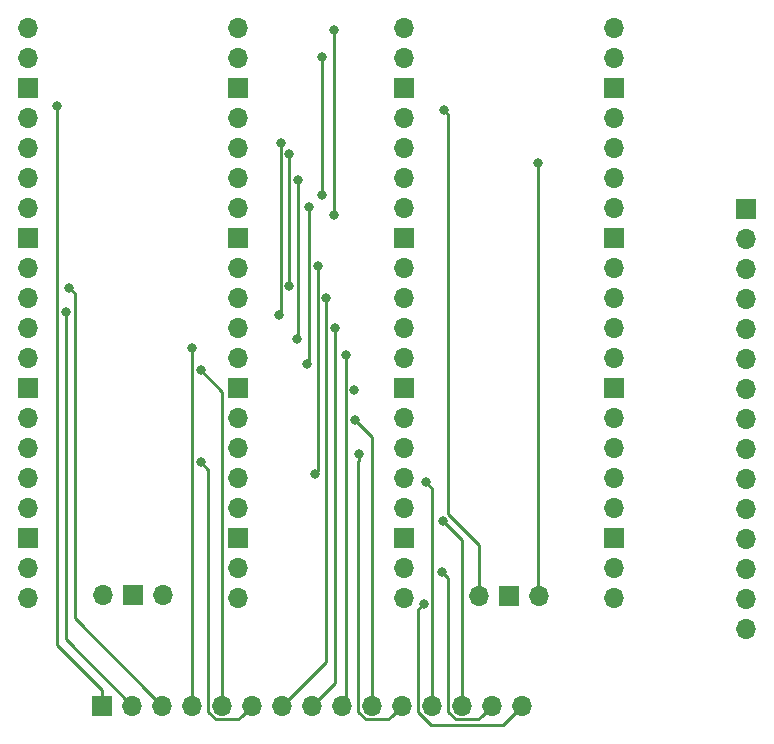
<source format=gbr>
G04 #@! TF.GenerationSoftware,KiCad,Pcbnew,5.1.5+dfsg1-2build2*
G04 #@! TF.CreationDate,2021-06-12T17:40:18+01:00*
G04 #@! TF.ProjectId,picoprobe_pcb,7069636f-7072-46f6-9265-5f7063622e6b,rev?*
G04 #@! TF.SameCoordinates,Original*
G04 #@! TF.FileFunction,Copper,L2,Bot*
G04 #@! TF.FilePolarity,Positive*
%FSLAX46Y46*%
G04 Gerber Fmt 4.6, Leading zero omitted, Abs format (unit mm)*
G04 Created by KiCad (PCBNEW 5.1.5+dfsg1-2build2) date 2021-06-12 17:40:18*
%MOMM*%
%LPD*%
G04 APERTURE LIST*
%ADD10O,1.700000X1.700000*%
%ADD11R,1.700000X1.700000*%
%ADD12C,0.800000*%
%ADD13C,0.250000*%
G04 APERTURE END LIST*
D10*
X-35260000Y-41100000D03*
D11*
X-37800000Y-41100000D03*
D10*
X-40340000Y-41100000D03*
X-28910000Y6930000D03*
X-28910000Y4390000D03*
D11*
X-28910000Y1850000D03*
D10*
X-28910000Y-690000D03*
X-28910000Y-3230000D03*
X-28910000Y-5770000D03*
X-28910000Y-8310000D03*
D11*
X-28910000Y-10850000D03*
D10*
X-28910000Y-13390000D03*
X-28910000Y-15930000D03*
X-28910000Y-18470000D03*
X-28910000Y-21010000D03*
D11*
X-28910000Y-23550000D03*
D10*
X-28910000Y-26090000D03*
X-28910000Y-28630000D03*
X-28910000Y-31170000D03*
X-28910000Y-33710000D03*
D11*
X-28910000Y-36250000D03*
D10*
X-28910000Y-38790000D03*
X-28910000Y-41330000D03*
X-46690000Y-41330000D03*
X-46690000Y-38790000D03*
D11*
X-46690000Y-36250000D03*
D10*
X-46690000Y-33710000D03*
X-46690000Y-31170000D03*
X-46690000Y-28630000D03*
X-46690000Y-26090000D03*
D11*
X-46690000Y-23550000D03*
D10*
X-46690000Y-21010000D03*
X-46690000Y-18470000D03*
X-46690000Y-15930000D03*
X-46690000Y-13390000D03*
D11*
X-46690000Y-10850000D03*
D10*
X-46690000Y-8310000D03*
X-46690000Y-5770000D03*
X-46690000Y-3230000D03*
X-46690000Y-690000D03*
D11*
X-46690000Y1850000D03*
D10*
X-46690000Y4390000D03*
X-46690000Y6930000D03*
X-67020000Y-41060001D03*
D11*
X-69560000Y-41060001D03*
D10*
X-72100000Y-41060001D03*
X-60670000Y6969999D03*
X-60670000Y4429999D03*
D11*
X-60670000Y1889999D03*
D10*
X-60670000Y-650001D03*
X-60670000Y-3190001D03*
X-60670000Y-5730001D03*
X-60670000Y-8270001D03*
D11*
X-60670000Y-10810001D03*
D10*
X-60670000Y-13350001D03*
X-60670000Y-15890001D03*
X-60670000Y-18430001D03*
X-60670000Y-20970001D03*
D11*
X-60670000Y-23510001D03*
D10*
X-60670000Y-26050001D03*
X-60670000Y-28590001D03*
X-60670000Y-31130001D03*
X-60670000Y-33670001D03*
D11*
X-60670000Y-36210001D03*
D10*
X-60670000Y-38750001D03*
X-60670000Y-41290001D03*
X-78450000Y-41290001D03*
X-78450000Y-38750001D03*
D11*
X-78450000Y-36210001D03*
D10*
X-78450000Y-33670001D03*
X-78450000Y-31130001D03*
X-78450000Y-28590001D03*
X-78450000Y-26050001D03*
D11*
X-78450000Y-23510001D03*
D10*
X-78450000Y-20970001D03*
X-78450000Y-18430001D03*
X-78450000Y-15890001D03*
X-78450000Y-13350001D03*
D11*
X-78450000Y-10810001D03*
D10*
X-78450000Y-8270001D03*
X-78450000Y-5730001D03*
X-78450000Y-3190001D03*
X-78450000Y-650001D03*
D11*
X-78450000Y1889999D03*
D10*
X-78450000Y4429999D03*
X-78450000Y6969999D03*
X-17700000Y-43920000D03*
X-17700000Y-41380000D03*
X-17700000Y-38840000D03*
X-17700000Y-36300000D03*
X-17700000Y-33760000D03*
X-17700000Y-31220000D03*
X-17700000Y-28680000D03*
X-17700000Y-26140000D03*
X-17700000Y-23600000D03*
X-17700000Y-21060000D03*
X-17700000Y-18520000D03*
X-17700000Y-15980000D03*
X-17700000Y-13440000D03*
X-17700000Y-10900000D03*
D11*
X-17700000Y-8360000D03*
D10*
X-36640000Y-50400000D03*
X-39180000Y-50400000D03*
X-41720000Y-50400000D03*
X-44260000Y-50400000D03*
X-46800000Y-50400000D03*
X-49340000Y-50400000D03*
X-51880000Y-50400000D03*
X-54420000Y-50400000D03*
X-56960000Y-50400000D03*
X-59500000Y-50400000D03*
X-62040000Y-50400000D03*
X-64580000Y-50400000D03*
X-67120000Y-50400000D03*
X-69660000Y-50400000D03*
D11*
X-72200000Y-50400000D03*
D12*
X-44985000Y-41800000D03*
X-43400000Y-39100000D03*
X-43370622Y-34754683D03*
X-44800000Y-31500000D03*
X-50500000Y-29100000D03*
X-50800000Y-26200000D03*
X-51600000Y-20700000D03*
X-52500000Y-18400000D03*
X-53250000Y-15900000D03*
X-53975000Y-13200000D03*
X-54200000Y-30800000D03*
X-63875000Y-29800000D03*
X-54700000Y-8200000D03*
X-54900000Y-21500000D03*
X-63875000Y-22000000D03*
X-55650000Y-5900000D03*
X-55700000Y-19400000D03*
X-64600000Y-20100000D03*
X-56375000Y-3700000D03*
X-56375000Y-14900000D03*
X-75000000Y-15000000D03*
X-57100000Y-2800000D03*
X-57200000Y-17300000D03*
X-75275000Y-17100000D03*
X-76000000Y400000D03*
X-52600000Y-8900000D03*
X-52600000Y6800000D03*
X-53600000Y-7200000D03*
X-53600000Y4500000D03*
X-35300000Y-4500000D03*
X-43300000Y0D03*
X-50875000Y-23700000D03*
D13*
X-37489999Y-51249999D02*
X-36640000Y-50400000D01*
X-38265011Y-52025011D02*
X-37489999Y-51249999D01*
X-44373991Y-52025011D02*
X-38265011Y-52025011D01*
X-45435001Y-50964001D02*
X-44373991Y-52025011D01*
X-45435001Y-42250001D02*
X-45435001Y-50964001D01*
X-44985000Y-41800000D02*
X-45435001Y-42250001D01*
X-40029999Y-51249999D02*
X-39180000Y-50400000D01*
X-40355001Y-51575001D02*
X-40029999Y-51249999D01*
X-42284001Y-51575001D02*
X-40355001Y-51575001D01*
X-42895001Y-50964001D02*
X-42284001Y-51575001D01*
X-42895001Y-39604999D02*
X-42895001Y-50964001D01*
X-43400000Y-39100000D02*
X-42895001Y-39604999D01*
X-41720000Y-36405305D02*
X-41720000Y-50400000D01*
X-43370622Y-34754683D02*
X-41720000Y-36405305D01*
X-44260000Y-32040000D02*
X-44260000Y-50400000D01*
X-44800000Y-31500000D02*
X-44260000Y-32040000D01*
X-47975001Y-51575001D02*
X-47649999Y-51249999D01*
X-47649999Y-51249999D02*
X-46800000Y-50400000D01*
X-49904001Y-51575001D02*
X-47975001Y-51575001D01*
X-50515001Y-50964001D02*
X-49904001Y-51575001D01*
X-50515001Y-29680686D02*
X-50515001Y-50964001D01*
X-50500000Y-29665685D02*
X-50515001Y-29680686D01*
X-50500000Y-29100000D02*
X-50500000Y-29665685D01*
X-49340000Y-27660000D02*
X-49340000Y-50400000D01*
X-50800000Y-26200000D02*
X-49340000Y-27660000D01*
X-51600000Y-50120000D02*
X-51880000Y-50400000D01*
X-51600000Y-20700000D02*
X-51600000Y-50120000D01*
X-52500000Y-48480000D02*
X-54420000Y-50400000D01*
X-52500000Y-18400000D02*
X-52500000Y-48480000D01*
X-53250000Y-46690000D02*
X-56960000Y-50400000D01*
X-53250000Y-15900000D02*
X-53250000Y-46690000D01*
X-53975000Y-30575000D02*
X-54200000Y-30800000D01*
X-53975000Y-13200000D02*
X-53975000Y-30575000D01*
X-60349999Y-51249999D02*
X-59500000Y-50400000D01*
X-60675001Y-51575001D02*
X-60349999Y-51249999D01*
X-62604001Y-51575001D02*
X-60675001Y-51575001D01*
X-63215001Y-50964001D02*
X-62604001Y-51575001D01*
X-63215001Y-30459999D02*
X-63215001Y-50964001D01*
X-63875000Y-29800000D02*
X-63215001Y-30459999D01*
X-54700000Y-21300000D02*
X-54900000Y-21500000D01*
X-54700000Y-8200000D02*
X-54700000Y-21300000D01*
X-62040000Y-23835000D02*
X-62040000Y-50400000D01*
X-63875000Y-22000000D02*
X-62040000Y-23835000D01*
X-55650000Y-19350000D02*
X-55700000Y-19400000D01*
X-55650000Y-5900000D02*
X-55650000Y-19350000D01*
X-64600000Y-50380000D02*
X-64580000Y-50400000D01*
X-64600000Y-20100000D02*
X-64600000Y-50380000D01*
X-56375000Y-3700000D02*
X-56375000Y-14900000D01*
X-67969999Y-49550001D02*
X-67120000Y-50400000D01*
X-74549999Y-42970001D02*
X-67969999Y-49550001D01*
X-74549999Y-15450001D02*
X-74549999Y-42970001D01*
X-75000000Y-15000000D02*
X-74549999Y-15450001D01*
X-57100000Y-17200000D02*
X-57200000Y-17300000D01*
X-57100000Y-2800000D02*
X-57100000Y-17200000D01*
X-75275000Y-44785000D02*
X-69660000Y-50400000D01*
X-75275000Y-17100000D02*
X-75275000Y-44785000D01*
X-76000000Y400000D02*
X-76000000Y-45300000D01*
X-72200000Y-49100000D02*
X-72200000Y-50400000D01*
X-76000000Y-45300000D02*
X-72200000Y-49100000D01*
X-52600000Y-8900000D02*
X-52600000Y6800000D01*
X-53600000Y-7200000D02*
X-53600000Y4500000D01*
X-35300000Y-41060000D02*
X-35260000Y-41100000D01*
X-35300000Y-4500000D02*
X-35300000Y-41060000D01*
X-42895001Y-404999D02*
X-42895001Y-34204999D01*
X-43300000Y0D02*
X-42895001Y-404999D01*
X-40340000Y-36760000D02*
X-40340000Y-41100000D01*
X-42895001Y-34204999D02*
X-40340000Y-36760000D01*
M02*

</source>
